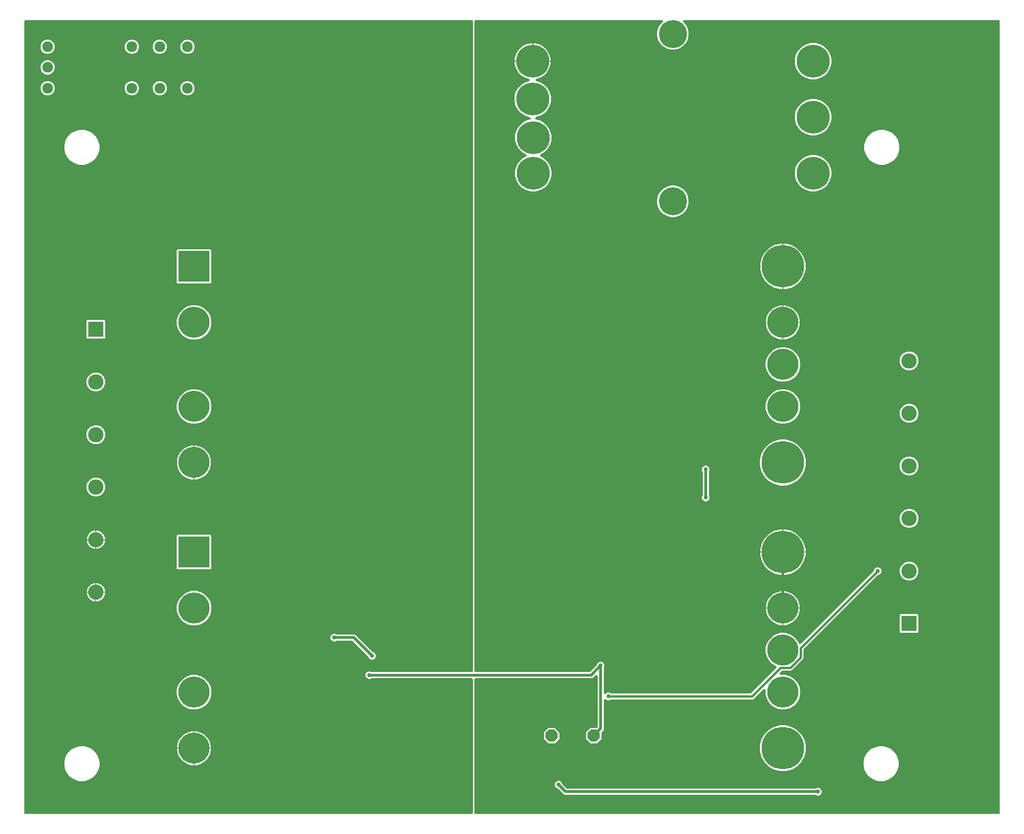
<source format=gbr>
G04 EAGLE Gerber RS-274X export*
G75*
%MOMM*%
%FSLAX34Y34*%
%LPD*%
%INBottom Copper*%
%IPPOS*%
%AMOC8*
5,1,8,0,0,1.08239X$1,22.5*%
G01*
G04 Define Apertures*
%ADD10C,1.950000*%
%ADD11R,2.781000X2.781000*%
%ADD12C,2.781000*%
%ADD13C,5.969000*%
%ADD14C,5.080000*%
%ADD15P,2.33688X8X22.5*%
%ADD16R,5.638800X5.638800*%
%ADD17C,5.638800*%
%ADD18C,7.696200*%
%ADD19C,0.756400*%
%ADD20C,0.508000*%
%ADD21C,0.457200*%
G36*
X592303Y-65839D02*
X591312Y-66040D01*
X-215900Y-66040D01*
X-216816Y-65869D01*
X-217667Y-65324D01*
X-218239Y-64491D01*
X-218440Y-63500D01*
X-218440Y1371500D01*
X-218269Y1372416D01*
X-217724Y1373267D01*
X-216891Y1373839D01*
X-215900Y1374040D01*
X591312Y1374040D01*
X592228Y1373869D01*
X593079Y1373324D01*
X593651Y1372491D01*
X593852Y1371500D01*
X593852Y194310D01*
X593681Y193394D01*
X593136Y192543D01*
X592303Y191971D01*
X591312Y191770D01*
X411262Y191770D01*
X410290Y191963D01*
X407759Y193012D01*
X405041Y193012D01*
X402531Y191972D01*
X400610Y190051D01*
X399570Y187541D01*
X399570Y184823D01*
X400610Y182313D01*
X402531Y180392D01*
X405041Y179352D01*
X407759Y179352D01*
X410290Y180401D01*
X411262Y180594D01*
X591312Y180594D01*
X592228Y180423D01*
X593079Y179878D01*
X593651Y179045D01*
X593852Y178054D01*
X593852Y-63500D01*
X593681Y-64416D01*
X593136Y-65267D01*
X592303Y-65839D01*
G37*
%LPC*%
G36*
X-26276Y1312482D02*
X-21184Y1312482D01*
X-16481Y1314430D01*
X-12880Y1318031D01*
X-10932Y1322734D01*
X-10932Y1327826D01*
X-12880Y1332529D01*
X-16481Y1336130D01*
X-21184Y1338078D01*
X-26276Y1338078D01*
X-30979Y1336130D01*
X-34580Y1332529D01*
X-36528Y1327826D01*
X-36528Y1322734D01*
X-34580Y1318031D01*
X-30979Y1314430D01*
X-26276Y1312482D01*
G37*
G36*
X74524Y1312482D02*
X79616Y1312482D01*
X84319Y1314430D01*
X87920Y1318031D01*
X89868Y1322734D01*
X89868Y1327826D01*
X87920Y1332529D01*
X84319Y1336130D01*
X79616Y1338078D01*
X74524Y1338078D01*
X69821Y1336130D01*
X66220Y1332529D01*
X64272Y1327826D01*
X64272Y1322734D01*
X66220Y1318031D01*
X69821Y1314430D01*
X74524Y1312482D01*
G37*
G36*
X24124Y1312482D02*
X29216Y1312482D01*
X33919Y1314430D01*
X37520Y1318031D01*
X39468Y1322734D01*
X39468Y1327826D01*
X37520Y1332529D01*
X33919Y1336130D01*
X29216Y1338078D01*
X24124Y1338078D01*
X19421Y1336130D01*
X15820Y1332529D01*
X13872Y1327826D01*
X13872Y1322734D01*
X15820Y1318031D01*
X19421Y1314430D01*
X24124Y1312482D01*
G37*
G36*
X-178876Y1312482D02*
X-173784Y1312482D01*
X-169081Y1314430D01*
X-165480Y1318031D01*
X-163532Y1322734D01*
X-163532Y1327826D01*
X-165480Y1332529D01*
X-169081Y1336130D01*
X-173784Y1338078D01*
X-178876Y1338078D01*
X-183579Y1336130D01*
X-187180Y1332529D01*
X-189128Y1327826D01*
X-189128Y1322734D01*
X-187180Y1318031D01*
X-183579Y1314430D01*
X-178876Y1312482D01*
G37*
G36*
X-178876Y1274982D02*
X-173784Y1274982D01*
X-169081Y1276930D01*
X-165480Y1280531D01*
X-163532Y1285234D01*
X-163532Y1290326D01*
X-165480Y1295029D01*
X-169081Y1298630D01*
X-173784Y1300578D01*
X-178876Y1300578D01*
X-183579Y1298630D01*
X-187180Y1295029D01*
X-189128Y1290326D01*
X-189128Y1285234D01*
X-187180Y1280531D01*
X-183579Y1276930D01*
X-178876Y1274982D01*
G37*
G36*
X-26276Y1237482D02*
X-21184Y1237482D01*
X-16481Y1239430D01*
X-12880Y1243031D01*
X-10932Y1247734D01*
X-10932Y1252826D01*
X-12880Y1257529D01*
X-16481Y1261130D01*
X-21184Y1263078D01*
X-26276Y1263078D01*
X-30979Y1261130D01*
X-34580Y1257529D01*
X-36528Y1252826D01*
X-36528Y1247734D01*
X-34580Y1243031D01*
X-30979Y1239430D01*
X-26276Y1237482D01*
G37*
G36*
X74524Y1237482D02*
X79616Y1237482D01*
X84319Y1239430D01*
X87920Y1243031D01*
X89868Y1247734D01*
X89868Y1252826D01*
X87920Y1257529D01*
X84319Y1261130D01*
X79616Y1263078D01*
X74524Y1263078D01*
X69821Y1261130D01*
X66220Y1257529D01*
X64272Y1252826D01*
X64272Y1247734D01*
X66220Y1243031D01*
X69821Y1239430D01*
X74524Y1237482D01*
G37*
G36*
X24124Y1237482D02*
X29216Y1237482D01*
X33919Y1239430D01*
X37520Y1243031D01*
X39468Y1247734D01*
X39468Y1252826D01*
X37520Y1257529D01*
X33919Y1261130D01*
X29216Y1263078D01*
X24124Y1263078D01*
X19421Y1261130D01*
X15820Y1257529D01*
X13872Y1252826D01*
X13872Y1247734D01*
X15820Y1243031D01*
X19421Y1239430D01*
X24124Y1237482D01*
G37*
G36*
X-178876Y1237482D02*
X-173784Y1237482D01*
X-169081Y1239430D01*
X-165480Y1243031D01*
X-163532Y1247734D01*
X-163532Y1252826D01*
X-165480Y1257529D01*
X-169081Y1261130D01*
X-173784Y1263078D01*
X-178876Y1263078D01*
X-183579Y1261130D01*
X-187180Y1257529D01*
X-189128Y1252826D01*
X-189128Y1247734D01*
X-187180Y1243031D01*
X-183579Y1239430D01*
X-178876Y1237482D01*
G37*
G36*
X-118480Y1111250D02*
X-110120Y1111250D01*
X-102045Y1113414D01*
X-94805Y1117594D01*
X-88894Y1123505D01*
X-84714Y1130745D01*
X-82550Y1138820D01*
X-82550Y1147180D01*
X-84714Y1155255D01*
X-88894Y1162495D01*
X-94805Y1168406D01*
X-102045Y1172586D01*
X-110120Y1174750D01*
X-118480Y1174750D01*
X-126555Y1172586D01*
X-133795Y1168406D01*
X-139706Y1162495D01*
X-143886Y1155255D01*
X-146050Y1147180D01*
X-146050Y1138820D01*
X-143886Y1130745D01*
X-139706Y1123505D01*
X-133795Y1117594D01*
X-126555Y1113414D01*
X-118480Y1111250D01*
G37*
G36*
X59444Y895858D02*
X118357Y895858D01*
X120142Y897644D01*
X120142Y956557D01*
X118357Y958342D01*
X59444Y958342D01*
X57658Y956557D01*
X57658Y897644D01*
X59444Y895858D01*
G37*
G36*
X84787Y794258D02*
X93013Y794258D01*
X100959Y796387D01*
X108083Y800500D01*
X113900Y806317D01*
X118013Y813441D01*
X120142Y821387D01*
X120142Y829613D01*
X118013Y837559D01*
X113900Y844683D01*
X108083Y850500D01*
X100959Y854613D01*
X93013Y856742D01*
X84787Y856742D01*
X76841Y854613D01*
X69717Y850500D01*
X63900Y844683D01*
X59787Y837559D01*
X57658Y829613D01*
X57658Y821387D01*
X59787Y813441D01*
X63900Y806317D01*
X69717Y800500D01*
X76841Y796387D01*
X84787Y794258D01*
G37*
G36*
X-104068Y795847D02*
X-73733Y795847D01*
X-71947Y797633D01*
X-71947Y827968D01*
X-73733Y829753D01*
X-104068Y829753D01*
X-105853Y827968D01*
X-105853Y797633D01*
X-104068Y795847D01*
G37*
G36*
X-92272Y700547D02*
X-85528Y700547D01*
X-79297Y703128D01*
X-74528Y707897D01*
X-71947Y714128D01*
X-71947Y720872D01*
X-74528Y727103D01*
X-79297Y731872D01*
X-85528Y734453D01*
X-92272Y734453D01*
X-98503Y731872D01*
X-103272Y727103D01*
X-105853Y720872D01*
X-105853Y714128D01*
X-103272Y707897D01*
X-98503Y703128D01*
X-92272Y700547D01*
G37*
G36*
X84787Y641858D02*
X93013Y641858D01*
X100959Y643987D01*
X108083Y648100D01*
X113900Y653917D01*
X118013Y661041D01*
X120142Y668987D01*
X120142Y677213D01*
X118013Y685159D01*
X113900Y692283D01*
X108083Y698100D01*
X100959Y702213D01*
X93013Y704342D01*
X84787Y704342D01*
X76841Y702213D01*
X69717Y698100D01*
X63900Y692283D01*
X59787Y685159D01*
X57658Y677213D01*
X57658Y668987D01*
X59787Y661041D01*
X63900Y653917D01*
X69717Y648100D01*
X76841Y643987D01*
X84787Y641858D01*
G37*
G36*
X-92272Y605247D02*
X-85528Y605247D01*
X-79297Y607828D01*
X-74528Y612597D01*
X-71947Y618828D01*
X-71947Y625572D01*
X-74528Y631803D01*
X-79297Y636572D01*
X-85528Y639153D01*
X-92272Y639153D01*
X-98503Y636572D01*
X-103272Y631803D01*
X-105853Y625572D01*
X-105853Y618828D01*
X-103272Y612597D01*
X-98503Y607828D01*
X-92272Y605247D01*
G37*
G36*
X58166Y572262D02*
X88138Y572262D01*
X88138Y602234D01*
X84854Y602234D01*
X77037Y600140D01*
X70029Y596093D01*
X64307Y590371D01*
X60260Y583363D01*
X58166Y575546D01*
X58166Y572262D01*
G37*
G36*
X89662Y572262D02*
X119634Y572262D01*
X119634Y575546D01*
X117540Y583363D01*
X113493Y590371D01*
X107771Y596093D01*
X100763Y600140D01*
X92946Y602234D01*
X89662Y602234D01*
X89662Y572262D01*
G37*
G36*
X89662Y540766D02*
X92946Y540766D01*
X100763Y542860D01*
X107771Y546907D01*
X113493Y552629D01*
X117540Y559637D01*
X119634Y567454D01*
X119634Y570738D01*
X89662Y570738D01*
X89662Y540766D01*
G37*
G36*
X84854Y540766D02*
X88138Y540766D01*
X88138Y570738D01*
X58166Y570738D01*
X58166Y567454D01*
X60260Y559637D01*
X64307Y552629D01*
X70029Y546907D01*
X77037Y542860D01*
X84854Y540766D01*
G37*
G36*
X-92272Y509947D02*
X-85528Y509947D01*
X-79297Y512528D01*
X-74528Y517297D01*
X-71947Y523528D01*
X-71947Y530272D01*
X-74528Y536503D01*
X-79297Y541272D01*
X-85528Y543853D01*
X-92272Y543853D01*
X-98503Y541272D01*
X-103272Y536503D01*
X-105853Y530272D01*
X-105853Y523528D01*
X-103272Y517297D01*
X-98503Y512528D01*
X-92272Y509947D01*
G37*
G36*
X-105345Y432362D02*
X-89662Y432362D01*
X-89662Y448045D01*
X-92171Y448045D01*
X-98215Y445541D01*
X-102841Y440915D01*
X-105345Y434871D01*
X-105345Y432362D01*
G37*
G36*
X-88138Y432362D02*
X-72455Y432362D01*
X-72455Y434871D01*
X-74959Y440915D01*
X-79585Y445541D01*
X-85629Y448045D01*
X-88138Y448045D01*
X-88138Y432362D01*
G37*
G36*
X59444Y377794D02*
X118357Y377794D01*
X120142Y379580D01*
X120142Y438493D01*
X118357Y440278D01*
X59444Y440278D01*
X57658Y438493D01*
X57658Y379580D01*
X59444Y377794D01*
G37*
G36*
X-88138Y415155D02*
X-85629Y415155D01*
X-79585Y417659D01*
X-74959Y422285D01*
X-72455Y428329D01*
X-72455Y430838D01*
X-88138Y430838D01*
X-88138Y415155D01*
G37*
G36*
X-92171Y415155D02*
X-89662Y415155D01*
X-89662Y430838D01*
X-105345Y430838D01*
X-105345Y428329D01*
X-102841Y422285D01*
X-98215Y417659D01*
X-92171Y415155D01*
G37*
G36*
X-105345Y337062D02*
X-89662Y337062D01*
X-89662Y352745D01*
X-92171Y352745D01*
X-98215Y350241D01*
X-102841Y345615D01*
X-105345Y339571D01*
X-105345Y337062D01*
G37*
G36*
X-88138Y337062D02*
X-72455Y337062D01*
X-72455Y339571D01*
X-74959Y345615D01*
X-79585Y350241D01*
X-85629Y352745D01*
X-88138Y352745D01*
X-88138Y337062D01*
G37*
G36*
X84787Y276194D02*
X93013Y276194D01*
X100959Y278323D01*
X108083Y282436D01*
X113900Y288253D01*
X118013Y295377D01*
X120142Y303323D01*
X120142Y311549D01*
X118013Y319495D01*
X113900Y326619D01*
X108083Y332436D01*
X100959Y336549D01*
X93013Y338678D01*
X84787Y338678D01*
X76841Y336549D01*
X69717Y332436D01*
X63900Y326619D01*
X59787Y319495D01*
X57658Y311549D01*
X57658Y303323D01*
X59787Y295377D01*
X63900Y288253D01*
X69717Y282436D01*
X76841Y278323D01*
X84787Y276194D01*
G37*
G36*
X-88138Y319855D02*
X-85629Y319855D01*
X-79585Y322359D01*
X-74959Y326985D01*
X-72455Y333029D01*
X-72455Y335538D01*
X-88138Y335538D01*
X-88138Y319855D01*
G37*
G36*
X-92171Y319855D02*
X-89662Y319855D01*
X-89662Y335538D01*
X-105345Y335538D01*
X-105345Y333029D01*
X-102841Y326985D01*
X-98215Y322359D01*
X-92171Y319855D01*
G37*
G36*
X410121Y214150D02*
X412839Y214150D01*
X415349Y215190D01*
X417270Y217111D01*
X418310Y219621D01*
X418310Y222339D01*
X417270Y224849D01*
X415349Y226770D01*
X412817Y227819D01*
X411993Y228369D01*
X381625Y258737D01*
X379572Y259588D01*
X347762Y259588D01*
X346790Y259781D01*
X344259Y260830D01*
X341541Y260830D01*
X339031Y259790D01*
X337110Y257869D01*
X336070Y255359D01*
X336070Y252641D01*
X337110Y250131D01*
X339031Y248210D01*
X341541Y247170D01*
X344259Y247170D01*
X346790Y248219D01*
X347762Y248412D01*
X375093Y248412D01*
X376047Y248226D01*
X376889Y247668D01*
X404091Y220467D01*
X404641Y219643D01*
X405690Y217111D01*
X407611Y215190D01*
X410121Y214150D01*
G37*
G36*
X84787Y123794D02*
X93013Y123794D01*
X100959Y125923D01*
X108083Y130036D01*
X113900Y135853D01*
X118013Y142977D01*
X120142Y150923D01*
X120142Y159149D01*
X118013Y167095D01*
X113900Y174219D01*
X108083Y180036D01*
X100959Y184149D01*
X93013Y186278D01*
X84787Y186278D01*
X76841Y184149D01*
X69717Y180036D01*
X63900Y174219D01*
X59787Y167095D01*
X57658Y159149D01*
X57658Y150923D01*
X59787Y142977D01*
X63900Y135853D01*
X69717Y130036D01*
X76841Y125923D01*
X84787Y123794D01*
G37*
G36*
X58166Y54198D02*
X88138Y54198D01*
X88138Y84170D01*
X84854Y84170D01*
X77037Y82076D01*
X70029Y78029D01*
X64307Y72307D01*
X60260Y65299D01*
X58166Y57482D01*
X58166Y54198D01*
G37*
G36*
X89662Y54198D02*
X119634Y54198D01*
X119634Y57482D01*
X117540Y65299D01*
X113493Y72307D01*
X107771Y78029D01*
X100763Y82076D01*
X92946Y84170D01*
X89662Y84170D01*
X89662Y54198D01*
G37*
G36*
X-118480Y-6350D02*
X-110120Y-6350D01*
X-102045Y-4186D01*
X-94805Y-6D01*
X-88894Y5905D01*
X-84714Y13145D01*
X-82550Y21220D01*
X-82550Y29580D01*
X-84714Y37655D01*
X-88894Y44895D01*
X-94805Y50806D01*
X-102045Y54986D01*
X-110120Y57150D01*
X-118480Y57150D01*
X-126555Y54986D01*
X-133795Y50806D01*
X-139706Y44895D01*
X-143886Y37655D01*
X-146050Y29580D01*
X-146050Y21220D01*
X-143886Y13145D01*
X-139706Y5905D01*
X-133795Y-6D01*
X-126555Y-4186D01*
X-118480Y-6350D01*
G37*
G36*
X89662Y22702D02*
X92946Y22702D01*
X100763Y24796D01*
X107771Y28843D01*
X113493Y34565D01*
X117540Y41573D01*
X119634Y49390D01*
X119634Y52674D01*
X89662Y52674D01*
X89662Y22702D01*
G37*
G36*
X84854Y22702D02*
X88138Y22702D01*
X88138Y52674D01*
X58166Y52674D01*
X58166Y49390D01*
X60260Y41573D01*
X64307Y34565D01*
X70029Y28843D01*
X77037Y24796D01*
X84854Y22702D01*
G37*
%LPD*%
G36*
X1547091Y-65839D02*
X1546100Y-66040D01*
X599440Y-66040D01*
X598524Y-65869D01*
X597673Y-65324D01*
X597101Y-64491D01*
X596900Y-63500D01*
X596900Y178054D01*
X597071Y178970D01*
X597616Y179821D01*
X598449Y180393D01*
X599440Y180594D01*
X809594Y180594D01*
X811647Y181445D01*
X815576Y185373D01*
X816307Y185883D01*
X817291Y186116D01*
X818288Y185946D01*
X819139Y185402D01*
X819711Y184568D01*
X819912Y183577D01*
X819912Y92583D01*
X819741Y91667D01*
X819196Y90816D01*
X818363Y90244D01*
X817372Y90043D01*
X807066Y90043D01*
X798957Y81934D01*
X798957Y70466D01*
X807066Y62357D01*
X818534Y62357D01*
X826643Y70466D01*
X826643Y81088D01*
X826829Y82042D01*
X827387Y82884D01*
X830237Y85735D01*
X831088Y87788D01*
X831088Y139911D01*
X831244Y140789D01*
X831776Y141649D01*
X832600Y142234D01*
X833588Y142451D01*
X834581Y142265D01*
X835424Y141707D01*
X835601Y141530D01*
X838111Y140490D01*
X840829Y140490D01*
X843700Y141679D01*
X843857Y141785D01*
X844847Y141986D01*
X1100881Y141986D01*
X1102841Y142798D01*
X1120122Y160079D01*
X1120853Y160589D01*
X1121837Y160821D01*
X1122834Y160652D01*
X1123685Y160107D01*
X1124257Y159273D01*
X1124458Y158283D01*
X1124458Y150923D01*
X1126587Y142977D01*
X1130700Y135853D01*
X1136517Y130036D01*
X1143641Y125923D01*
X1151587Y123794D01*
X1159813Y123794D01*
X1167759Y125923D01*
X1174883Y130036D01*
X1180700Y135853D01*
X1184813Y142977D01*
X1186942Y150923D01*
X1186942Y159149D01*
X1184813Y167095D01*
X1180700Y174219D01*
X1174883Y180036D01*
X1167759Y184149D01*
X1159813Y186278D01*
X1152454Y186278D01*
X1151576Y186434D01*
X1150716Y186966D01*
X1150131Y187790D01*
X1149914Y188778D01*
X1150099Y189771D01*
X1150657Y190614D01*
X1153197Y193154D01*
X1154003Y193697D01*
X1154994Y193898D01*
X1170018Y193898D01*
X1171978Y194710D01*
X1192226Y214958D01*
X1193038Y216919D01*
X1193038Y231943D01*
X1193224Y232896D01*
X1193782Y233739D01*
X1327169Y367126D01*
X1327975Y367669D01*
X1328167Y367708D01*
X1331069Y368910D01*
X1332990Y370831D01*
X1334030Y373341D01*
X1334030Y376059D01*
X1332990Y378569D01*
X1331069Y380490D01*
X1328559Y381530D01*
X1325841Y381530D01*
X1323331Y380490D01*
X1321410Y378569D01*
X1320220Y375697D01*
X1320184Y375512D01*
X1319626Y374669D01*
X1188412Y243456D01*
X1187956Y243094D01*
X1187008Y242742D01*
X1185998Y242788D01*
X1185086Y243224D01*
X1184416Y243982D01*
X1180700Y250419D01*
X1174883Y256236D01*
X1167759Y260349D01*
X1159813Y262478D01*
X1151587Y262478D01*
X1143641Y260349D01*
X1136517Y256236D01*
X1130700Y250419D01*
X1126587Y243295D01*
X1124458Y235349D01*
X1124458Y227123D01*
X1126587Y219177D01*
X1130700Y212053D01*
X1136517Y206236D01*
X1142954Y202520D01*
X1143422Y202172D01*
X1144007Y201348D01*
X1144224Y200360D01*
X1144039Y199367D01*
X1143480Y198524D01*
X1098355Y153398D01*
X1097549Y152855D01*
X1096559Y152654D01*
X844847Y152654D01*
X843894Y152840D01*
X843730Y152948D01*
X840829Y154150D01*
X838111Y154150D01*
X835601Y153110D01*
X835424Y152933D01*
X834693Y152423D01*
X833709Y152190D01*
X832712Y152360D01*
X831861Y152905D01*
X831289Y153739D01*
X831088Y154729D01*
X831088Y198338D01*
X831281Y199310D01*
X832330Y201841D01*
X832330Y204559D01*
X831290Y207069D01*
X829369Y208990D01*
X826859Y210030D01*
X824141Y210030D01*
X821631Y208990D01*
X819710Y207069D01*
X818661Y204537D01*
X818111Y203713D01*
X806911Y192514D01*
X806106Y191971D01*
X805115Y191770D01*
X599440Y191770D01*
X598524Y191941D01*
X597673Y192486D01*
X597101Y193319D01*
X596900Y194310D01*
X596900Y1371500D01*
X597071Y1372416D01*
X597616Y1373267D01*
X598449Y1373839D01*
X599440Y1374040D01*
X935346Y1374040D01*
X936224Y1373884D01*
X937084Y1373352D01*
X937669Y1372528D01*
X937886Y1371541D01*
X937701Y1370547D01*
X937142Y1369704D01*
X933546Y1366107D01*
X929801Y1359620D01*
X927862Y1352385D01*
X927862Y1344895D01*
X929801Y1337660D01*
X933546Y1331173D01*
X938843Y1325876D01*
X945330Y1322131D01*
X952565Y1320192D01*
X960055Y1320192D01*
X967290Y1322131D01*
X973777Y1325876D01*
X979074Y1331173D01*
X982819Y1337660D01*
X984758Y1344895D01*
X984758Y1352385D01*
X982819Y1359620D01*
X979074Y1366107D01*
X975478Y1369704D01*
X974968Y1370435D01*
X974735Y1371419D01*
X974904Y1372416D01*
X975449Y1373267D01*
X976283Y1373839D01*
X977274Y1374040D01*
X1546100Y1374040D01*
X1547016Y1373869D01*
X1547867Y1373324D01*
X1548439Y1372491D01*
X1548640Y1371500D01*
X1548640Y-63500D01*
X1548469Y-64416D01*
X1547924Y-65267D01*
X1547091Y-65839D01*
G37*
%LPC*%
G36*
X1205980Y1266217D02*
X1214641Y1266217D01*
X1223006Y1268459D01*
X1230507Y1272789D01*
X1236631Y1278913D01*
X1240961Y1286414D01*
X1243203Y1294780D01*
X1243203Y1303441D01*
X1240961Y1311806D01*
X1236631Y1319307D01*
X1230507Y1325431D01*
X1223006Y1329761D01*
X1214641Y1332003D01*
X1205980Y1332003D01*
X1197614Y1329761D01*
X1190113Y1325431D01*
X1183989Y1319307D01*
X1179659Y1311806D01*
X1177417Y1303441D01*
X1177417Y1294780D01*
X1179659Y1286414D01*
X1183989Y1278913D01*
X1190113Y1272789D01*
X1197614Y1268459D01*
X1205980Y1266217D01*
G37*
G36*
X669925Y1299872D02*
X701548Y1299872D01*
X701548Y1331495D01*
X698046Y1331495D01*
X689810Y1329288D01*
X682425Y1325024D01*
X676396Y1318995D01*
X672132Y1311610D01*
X669925Y1303374D01*
X669925Y1299872D01*
G37*
G36*
X703072Y1299872D02*
X734695Y1299872D01*
X734695Y1303374D01*
X732488Y1311610D01*
X728224Y1318995D01*
X722195Y1325024D01*
X714810Y1329288D01*
X706574Y1331495D01*
X703072Y1331495D01*
X703072Y1299872D01*
G37*
G36*
X699250Y1063017D02*
X707911Y1063017D01*
X716276Y1065259D01*
X723777Y1069589D01*
X729901Y1075713D01*
X734231Y1083214D01*
X736473Y1091580D01*
X736473Y1100241D01*
X734231Y1108606D01*
X729901Y1116107D01*
X723777Y1122231D01*
X717084Y1126095D01*
X716195Y1126956D01*
X715844Y1127903D01*
X715890Y1128913D01*
X716326Y1129825D01*
X717084Y1130495D01*
X723777Y1134359D01*
X729901Y1140483D01*
X734231Y1147984D01*
X736473Y1156350D01*
X736473Y1165011D01*
X734231Y1173376D01*
X729901Y1180877D01*
X723777Y1187001D01*
X716276Y1191331D01*
X708848Y1193322D01*
X708342Y1193517D01*
X707554Y1194150D01*
X707075Y1195040D01*
X706980Y1196046D01*
X707286Y1197010D01*
X707944Y1197778D01*
X708848Y1198229D01*
X715006Y1199879D01*
X722507Y1204209D01*
X728631Y1210333D01*
X732961Y1217834D01*
X735203Y1226200D01*
X735203Y1234861D01*
X732961Y1243226D01*
X728631Y1250727D01*
X722507Y1256851D01*
X715006Y1261181D01*
X709602Y1262630D01*
X709096Y1262825D01*
X708307Y1263458D01*
X707828Y1264348D01*
X707734Y1265354D01*
X708040Y1266318D01*
X708697Y1267086D01*
X709602Y1267536D01*
X714810Y1268932D01*
X722195Y1273196D01*
X728224Y1279225D01*
X732488Y1286610D01*
X734695Y1294846D01*
X734695Y1298348D01*
X669925Y1298348D01*
X669925Y1294846D01*
X672132Y1286610D01*
X676396Y1279225D01*
X682425Y1273196D01*
X689810Y1268932D01*
X695018Y1267536D01*
X695524Y1267341D01*
X696313Y1266708D01*
X696792Y1265818D01*
X696886Y1264812D01*
X696580Y1263848D01*
X695923Y1263080D01*
X695018Y1262630D01*
X689614Y1261181D01*
X682113Y1256851D01*
X675989Y1250727D01*
X671659Y1243226D01*
X669417Y1234861D01*
X669417Y1226200D01*
X671659Y1217834D01*
X675989Y1210333D01*
X682113Y1204209D01*
X689614Y1199879D01*
X697042Y1197888D01*
X697548Y1197693D01*
X698336Y1197060D01*
X698816Y1196170D01*
X698910Y1195164D01*
X698604Y1194200D01*
X697947Y1193432D01*
X697042Y1192981D01*
X690884Y1191331D01*
X683383Y1187001D01*
X677259Y1180877D01*
X672929Y1173376D01*
X670687Y1165011D01*
X670687Y1156350D01*
X672929Y1147984D01*
X677259Y1140483D01*
X683383Y1134359D01*
X690076Y1130495D01*
X690965Y1129634D01*
X691316Y1128687D01*
X691270Y1127677D01*
X690834Y1126765D01*
X690076Y1126095D01*
X683383Y1122231D01*
X677259Y1116107D01*
X672929Y1108606D01*
X670687Y1100241D01*
X670687Y1091580D01*
X672929Y1083214D01*
X677259Y1075713D01*
X683383Y1069589D01*
X690884Y1065259D01*
X699250Y1063017D01*
G37*
G36*
X1205980Y1164617D02*
X1214641Y1164617D01*
X1223006Y1166859D01*
X1230507Y1171189D01*
X1236631Y1177313D01*
X1240961Y1184814D01*
X1243203Y1193180D01*
X1243203Y1201841D01*
X1240961Y1210206D01*
X1236631Y1217707D01*
X1230507Y1223831D01*
X1223006Y1228161D01*
X1214641Y1230403D01*
X1205980Y1230403D01*
X1197614Y1228161D01*
X1190113Y1223831D01*
X1183989Y1217707D01*
X1179659Y1210206D01*
X1177417Y1201841D01*
X1177417Y1193180D01*
X1179659Y1184814D01*
X1183989Y1177313D01*
X1190113Y1171189D01*
X1197614Y1166859D01*
X1205980Y1164617D01*
G37*
G36*
X1330590Y1111250D02*
X1338950Y1111250D01*
X1347025Y1113414D01*
X1354265Y1117594D01*
X1360176Y1123505D01*
X1364356Y1130745D01*
X1366520Y1138820D01*
X1366520Y1147180D01*
X1364356Y1155255D01*
X1360176Y1162495D01*
X1354265Y1168406D01*
X1347025Y1172586D01*
X1338950Y1174750D01*
X1330590Y1174750D01*
X1322515Y1172586D01*
X1315275Y1168406D01*
X1309364Y1162495D01*
X1305184Y1155255D01*
X1303020Y1147180D01*
X1303020Y1138820D01*
X1305184Y1130745D01*
X1309364Y1123505D01*
X1315275Y1117594D01*
X1322515Y1113414D01*
X1330590Y1111250D01*
G37*
G36*
X1205980Y1063017D02*
X1214641Y1063017D01*
X1223006Y1065259D01*
X1230507Y1069589D01*
X1236631Y1075713D01*
X1240961Y1083214D01*
X1243203Y1091580D01*
X1243203Y1100241D01*
X1240961Y1108606D01*
X1236631Y1116107D01*
X1230507Y1122231D01*
X1223006Y1126561D01*
X1214641Y1128803D01*
X1205980Y1128803D01*
X1197614Y1126561D01*
X1190113Y1122231D01*
X1183989Y1116107D01*
X1179659Y1108606D01*
X1177417Y1100241D01*
X1177417Y1091580D01*
X1179659Y1083214D01*
X1183989Y1075713D01*
X1190113Y1069589D01*
X1197614Y1065259D01*
X1205980Y1063017D01*
G37*
G36*
X952565Y1016662D02*
X960055Y1016662D01*
X967290Y1018601D01*
X973777Y1022346D01*
X979074Y1027643D01*
X982819Y1034130D01*
X984758Y1041365D01*
X984758Y1048855D01*
X982819Y1056090D01*
X979074Y1062577D01*
X973777Y1067874D01*
X967290Y1071619D01*
X960055Y1073558D01*
X952565Y1073558D01*
X945330Y1071619D01*
X938843Y1067874D01*
X933546Y1062577D01*
X929801Y1056090D01*
X927862Y1048855D01*
X927862Y1041365D01*
X929801Y1034130D01*
X933546Y1027643D01*
X938843Y1022346D01*
X945330Y1018601D01*
X952565Y1016662D01*
G37*
G36*
X1114679Y927862D02*
X1154938Y927862D01*
X1154938Y968121D01*
X1150299Y968121D01*
X1139867Y965326D01*
X1130513Y959925D01*
X1122875Y952287D01*
X1117475Y942933D01*
X1114679Y932501D01*
X1114679Y927862D01*
G37*
G36*
X1156462Y927862D02*
X1196721Y927862D01*
X1196721Y932501D01*
X1193926Y942933D01*
X1188525Y952287D01*
X1180887Y959925D01*
X1171533Y965326D01*
X1161101Y968121D01*
X1156462Y968121D01*
X1156462Y927862D01*
G37*
G36*
X1156462Y886079D02*
X1161101Y886079D01*
X1171533Y888875D01*
X1180887Y894275D01*
X1188525Y901913D01*
X1193926Y911267D01*
X1196721Y921699D01*
X1196721Y926338D01*
X1156462Y926338D01*
X1156462Y886079D01*
G37*
G36*
X1150299Y886079D02*
X1154938Y886079D01*
X1154938Y926338D01*
X1114679Y926338D01*
X1114679Y921699D01*
X1117475Y911267D01*
X1122875Y901913D01*
X1130513Y894275D01*
X1139867Y888875D01*
X1150299Y886079D01*
G37*
G36*
X1124966Y826262D02*
X1154938Y826262D01*
X1154938Y856234D01*
X1151654Y856234D01*
X1143837Y854140D01*
X1136829Y850093D01*
X1131107Y844371D01*
X1127060Y837363D01*
X1124966Y829546D01*
X1124966Y826262D01*
G37*
G36*
X1156462Y826262D02*
X1186434Y826262D01*
X1186434Y829546D01*
X1184340Y837363D01*
X1180293Y844371D01*
X1174571Y850093D01*
X1167563Y854140D01*
X1159746Y856234D01*
X1156462Y856234D01*
X1156462Y826262D01*
G37*
G36*
X1151654Y794766D02*
X1154938Y794766D01*
X1154938Y824738D01*
X1124966Y824738D01*
X1124966Y821454D01*
X1127060Y813637D01*
X1131107Y806629D01*
X1136829Y800907D01*
X1143837Y796860D01*
X1151654Y794766D01*
G37*
G36*
X1156462Y794766D02*
X1159746Y794766D01*
X1167563Y796860D01*
X1174571Y800907D01*
X1180293Y806629D01*
X1184340Y813637D01*
X1186434Y821454D01*
X1186434Y824738D01*
X1156462Y824738D01*
X1156462Y794766D01*
G37*
G36*
X1151587Y718058D02*
X1159813Y718058D01*
X1167759Y720187D01*
X1174883Y724300D01*
X1180700Y730117D01*
X1184813Y737241D01*
X1186942Y745187D01*
X1186942Y753413D01*
X1184813Y761359D01*
X1180700Y768483D01*
X1174883Y774300D01*
X1167759Y778413D01*
X1159813Y780542D01*
X1151587Y780542D01*
X1143641Y778413D01*
X1136517Y774300D01*
X1130700Y768483D01*
X1126587Y761359D01*
X1124458Y753413D01*
X1124458Y745187D01*
X1126587Y737241D01*
X1130700Y730117D01*
X1136517Y724300D01*
X1143641Y720187D01*
X1151587Y718058D01*
G37*
G36*
X1380928Y738947D02*
X1387672Y738947D01*
X1393903Y741528D01*
X1398672Y746297D01*
X1401253Y752528D01*
X1401253Y759272D01*
X1398672Y765503D01*
X1393903Y770272D01*
X1387672Y772853D01*
X1380928Y772853D01*
X1374697Y770272D01*
X1369928Y765503D01*
X1367347Y759272D01*
X1367347Y752528D01*
X1369928Y746297D01*
X1374697Y741528D01*
X1380928Y738947D01*
G37*
G36*
X1151587Y641858D02*
X1159813Y641858D01*
X1167759Y643987D01*
X1174883Y648100D01*
X1180700Y653917D01*
X1184813Y661041D01*
X1186942Y668987D01*
X1186942Y677213D01*
X1184813Y685159D01*
X1180700Y692283D01*
X1174883Y698100D01*
X1167759Y702213D01*
X1159813Y704342D01*
X1151587Y704342D01*
X1143641Y702213D01*
X1136517Y698100D01*
X1130700Y692283D01*
X1126587Y685159D01*
X1124458Y677213D01*
X1124458Y668987D01*
X1126587Y661041D01*
X1130700Y653917D01*
X1136517Y648100D01*
X1143641Y643987D01*
X1151587Y641858D01*
G37*
G36*
X1380928Y643647D02*
X1387672Y643647D01*
X1393903Y646228D01*
X1398672Y650997D01*
X1401253Y657228D01*
X1401253Y663972D01*
X1398672Y670203D01*
X1393903Y674972D01*
X1387672Y677553D01*
X1380928Y677553D01*
X1374697Y674972D01*
X1369928Y670203D01*
X1367347Y663972D01*
X1367347Y657228D01*
X1369928Y650997D01*
X1374697Y646228D01*
X1380928Y643647D01*
G37*
G36*
X1150233Y529971D02*
X1161167Y529971D01*
X1171730Y532801D01*
X1181199Y538268D01*
X1188932Y546001D01*
X1194399Y555470D01*
X1197229Y566033D01*
X1197229Y576967D01*
X1194399Y587530D01*
X1188932Y596999D01*
X1181199Y604732D01*
X1171730Y610199D01*
X1161167Y613029D01*
X1150233Y613029D01*
X1139670Y610199D01*
X1130201Y604732D01*
X1122468Y596999D01*
X1117001Y587530D01*
X1114171Y576967D01*
X1114171Y566033D01*
X1117001Y555470D01*
X1122468Y546001D01*
X1130201Y538268D01*
X1139670Y532801D01*
X1150233Y529971D01*
G37*
G36*
X1380928Y548347D02*
X1387672Y548347D01*
X1393903Y550928D01*
X1398672Y555697D01*
X1401253Y561928D01*
X1401253Y568672D01*
X1398672Y574903D01*
X1393903Y579672D01*
X1387672Y582253D01*
X1380928Y582253D01*
X1374697Y579672D01*
X1369928Y574903D01*
X1367347Y568672D01*
X1367347Y561928D01*
X1369928Y555697D01*
X1374697Y550928D01*
X1380928Y548347D01*
G37*
G36*
X1014641Y501170D02*
X1017359Y501170D01*
X1019869Y502210D01*
X1021790Y504131D01*
X1022830Y506641D01*
X1022830Y509359D01*
X1021781Y511890D01*
X1021588Y512862D01*
X1021588Y553938D01*
X1021781Y554910D01*
X1022830Y557441D01*
X1022830Y560159D01*
X1021790Y562669D01*
X1019869Y564590D01*
X1017359Y565630D01*
X1014641Y565630D01*
X1012131Y564590D01*
X1010210Y562669D01*
X1009170Y560159D01*
X1009170Y557441D01*
X1010219Y554910D01*
X1010412Y553938D01*
X1010412Y512862D01*
X1010219Y511890D01*
X1009170Y509359D01*
X1009170Y506641D01*
X1010210Y504131D01*
X1012131Y502210D01*
X1014641Y501170D01*
G37*
G36*
X1380928Y453047D02*
X1387672Y453047D01*
X1393903Y455628D01*
X1398672Y460397D01*
X1401253Y466628D01*
X1401253Y473372D01*
X1398672Y479603D01*
X1393903Y484372D01*
X1387672Y486953D01*
X1380928Y486953D01*
X1374697Y484372D01*
X1369928Y479603D01*
X1367347Y473372D01*
X1367347Y466628D01*
X1369928Y460397D01*
X1374697Y455628D01*
X1380928Y453047D01*
G37*
G36*
X1114679Y409798D02*
X1154938Y409798D01*
X1154938Y450057D01*
X1150299Y450057D01*
X1139867Y447262D01*
X1130513Y441861D01*
X1122875Y434223D01*
X1117475Y424869D01*
X1114679Y414437D01*
X1114679Y409798D01*
G37*
G36*
X1156462Y409798D02*
X1196721Y409798D01*
X1196721Y414437D01*
X1193926Y424869D01*
X1188525Y434223D01*
X1180887Y441861D01*
X1171533Y447262D01*
X1161101Y450057D01*
X1156462Y450057D01*
X1156462Y409798D01*
G37*
G36*
X1156462Y368015D02*
X1161101Y368015D01*
X1171533Y370811D01*
X1180887Y376211D01*
X1188525Y383849D01*
X1193926Y393203D01*
X1196721Y403635D01*
X1196721Y408274D01*
X1156462Y408274D01*
X1156462Y368015D01*
G37*
G36*
X1150299Y368015D02*
X1154938Y368015D01*
X1154938Y408274D01*
X1114679Y408274D01*
X1114679Y403635D01*
X1117475Y393203D01*
X1122875Y383849D01*
X1130513Y376211D01*
X1139867Y370811D01*
X1150299Y368015D01*
G37*
G36*
X1380928Y357747D02*
X1387672Y357747D01*
X1393903Y360328D01*
X1398672Y365097D01*
X1401253Y371328D01*
X1401253Y378072D01*
X1398672Y384303D01*
X1393903Y389072D01*
X1387672Y391653D01*
X1380928Y391653D01*
X1374697Y389072D01*
X1369928Y384303D01*
X1367347Y378072D01*
X1367347Y371328D01*
X1369928Y365097D01*
X1374697Y360328D01*
X1380928Y357747D01*
G37*
G36*
X1124966Y308198D02*
X1154938Y308198D01*
X1154938Y338170D01*
X1151654Y338170D01*
X1143837Y336076D01*
X1136829Y332029D01*
X1131107Y326307D01*
X1127060Y319299D01*
X1124966Y311482D01*
X1124966Y308198D01*
G37*
G36*
X1156462Y308198D02*
X1186434Y308198D01*
X1186434Y311482D01*
X1184340Y319299D01*
X1180293Y326307D01*
X1174571Y332029D01*
X1167563Y336076D01*
X1159746Y338170D01*
X1156462Y338170D01*
X1156462Y308198D01*
G37*
G36*
X1156462Y276702D02*
X1159746Y276702D01*
X1167563Y278796D01*
X1174571Y282843D01*
X1180293Y288565D01*
X1184340Y295573D01*
X1186434Y303390D01*
X1186434Y306674D01*
X1156462Y306674D01*
X1156462Y276702D01*
G37*
G36*
X1151654Y276702D02*
X1154938Y276702D01*
X1154938Y306674D01*
X1124966Y306674D01*
X1124966Y303390D01*
X1127060Y295573D01*
X1131107Y288565D01*
X1136829Y282843D01*
X1143837Y278796D01*
X1151654Y276702D01*
G37*
G36*
X1369133Y262447D02*
X1399468Y262447D01*
X1401253Y264233D01*
X1401253Y294568D01*
X1399468Y296353D01*
X1369133Y296353D01*
X1367347Y294568D01*
X1367347Y264233D01*
X1369133Y262447D01*
G37*
G36*
X1150233Y11907D02*
X1161167Y11907D01*
X1171730Y14737D01*
X1181199Y20204D01*
X1188932Y27937D01*
X1194399Y37406D01*
X1197229Y47969D01*
X1197229Y58903D01*
X1194399Y69466D01*
X1188932Y78935D01*
X1181199Y86668D01*
X1171730Y92135D01*
X1161167Y94965D01*
X1150233Y94965D01*
X1139670Y92135D01*
X1130201Y86668D01*
X1122468Y78935D01*
X1117001Y69466D01*
X1114171Y58903D01*
X1114171Y47969D01*
X1117001Y37406D01*
X1122468Y27937D01*
X1130201Y20204D01*
X1139670Y14737D01*
X1150233Y11907D01*
G37*
G36*
X730866Y62357D02*
X742334Y62357D01*
X750443Y70466D01*
X750443Y81934D01*
X742334Y90043D01*
X730866Y90043D01*
X722757Y81934D01*
X722757Y70466D01*
X730866Y62357D01*
G37*
G36*
X1329320Y-6350D02*
X1337680Y-6350D01*
X1345755Y-4186D01*
X1352995Y-6D01*
X1358906Y5905D01*
X1363086Y13145D01*
X1365250Y21220D01*
X1365250Y29580D01*
X1363086Y37655D01*
X1358906Y44895D01*
X1352995Y50806D01*
X1345755Y54986D01*
X1337680Y57150D01*
X1329320Y57150D01*
X1321245Y54986D01*
X1314005Y50806D01*
X1308094Y44895D01*
X1303914Y37655D01*
X1301750Y29580D01*
X1301750Y21220D01*
X1303914Y13145D01*
X1308094Y5905D01*
X1314005Y-6D01*
X1321245Y-4186D01*
X1329320Y-6350D01*
G37*
G36*
X1217841Y-32230D02*
X1220559Y-32230D01*
X1223069Y-31190D01*
X1224990Y-29269D01*
X1226030Y-26759D01*
X1226030Y-24041D01*
X1224990Y-21531D01*
X1223069Y-19610D01*
X1220559Y-18570D01*
X1217841Y-18570D01*
X1215310Y-19619D01*
X1214338Y-19812D01*
X765367Y-19812D01*
X764413Y-19626D01*
X763571Y-19068D01*
X756689Y-12187D01*
X756139Y-11363D01*
X755090Y-8831D01*
X753169Y-6910D01*
X750659Y-5870D01*
X747941Y-5870D01*
X745431Y-6910D01*
X743510Y-8831D01*
X742470Y-11341D01*
X742470Y-14059D01*
X743510Y-16569D01*
X745431Y-18490D01*
X747963Y-19539D01*
X748787Y-20089D01*
X758835Y-30137D01*
X760888Y-30988D01*
X1214338Y-30988D01*
X1215310Y-31181D01*
X1217841Y-32230D01*
G37*
%LPD*%
G36*
X1211595Y266901D02*
X1210605Y266700D01*
X1069340Y266700D01*
X1068424Y266871D01*
X1067573Y267416D01*
X1067001Y268249D01*
X1066800Y269240D01*
X1066800Y988060D01*
X1066971Y988976D01*
X1067516Y989827D01*
X1068349Y990399D01*
X1069340Y990600D01*
X1229360Y990600D01*
X1230276Y990429D01*
X1231127Y989884D01*
X1231699Y989051D01*
X1231900Y988060D01*
X1231900Y287996D01*
X1231714Y287042D01*
X1231156Y286199D01*
X1212401Y267444D01*
X1211595Y266901D01*
G37*
%LPC*%
G36*
X1114679Y927862D02*
X1154938Y927862D01*
X1154938Y968121D01*
X1150299Y968121D01*
X1139867Y965326D01*
X1130513Y959925D01*
X1122875Y952287D01*
X1117475Y942933D01*
X1114679Y932501D01*
X1114679Y927862D01*
G37*
G36*
X1156462Y927862D02*
X1196721Y927862D01*
X1196721Y932501D01*
X1193926Y942933D01*
X1188525Y952287D01*
X1180887Y959925D01*
X1171533Y965326D01*
X1161101Y968121D01*
X1156462Y968121D01*
X1156462Y927862D01*
G37*
G36*
X1156462Y886079D02*
X1161101Y886079D01*
X1171533Y888875D01*
X1180887Y894275D01*
X1188525Y901913D01*
X1193926Y911267D01*
X1196721Y921699D01*
X1196721Y926338D01*
X1156462Y926338D01*
X1156462Y886079D01*
G37*
G36*
X1150299Y886079D02*
X1154938Y886079D01*
X1154938Y926338D01*
X1114679Y926338D01*
X1114679Y921699D01*
X1117475Y911267D01*
X1122875Y901913D01*
X1130513Y894275D01*
X1139867Y888875D01*
X1150299Y886079D01*
G37*
G36*
X1124966Y826262D02*
X1154938Y826262D01*
X1154938Y856234D01*
X1151654Y856234D01*
X1143837Y854140D01*
X1136829Y850093D01*
X1131107Y844371D01*
X1127060Y837363D01*
X1124966Y829546D01*
X1124966Y826262D01*
G37*
G36*
X1156462Y826262D02*
X1186434Y826262D01*
X1186434Y829546D01*
X1184340Y837363D01*
X1180293Y844371D01*
X1174571Y850093D01*
X1167563Y854140D01*
X1159746Y856234D01*
X1156462Y856234D01*
X1156462Y826262D01*
G37*
G36*
X1156462Y794766D02*
X1159746Y794766D01*
X1167563Y796860D01*
X1174571Y800907D01*
X1180293Y806629D01*
X1184340Y813637D01*
X1186434Y821454D01*
X1186434Y824738D01*
X1156462Y824738D01*
X1156462Y794766D01*
G37*
G36*
X1151654Y794766D02*
X1154938Y794766D01*
X1154938Y824738D01*
X1124966Y824738D01*
X1124966Y821454D01*
X1127060Y813637D01*
X1131107Y806629D01*
X1136829Y800907D01*
X1143837Y796860D01*
X1151654Y794766D01*
G37*
G36*
X1151587Y718058D02*
X1159813Y718058D01*
X1167759Y720187D01*
X1174883Y724300D01*
X1180700Y730117D01*
X1184813Y737241D01*
X1186942Y745187D01*
X1186942Y753413D01*
X1184813Y761359D01*
X1180700Y768483D01*
X1174883Y774300D01*
X1167759Y778413D01*
X1159813Y780542D01*
X1151587Y780542D01*
X1143641Y778413D01*
X1136517Y774300D01*
X1130700Y768483D01*
X1126587Y761359D01*
X1124458Y753413D01*
X1124458Y745187D01*
X1126587Y737241D01*
X1130700Y730117D01*
X1136517Y724300D01*
X1143641Y720187D01*
X1151587Y718058D01*
G37*
G36*
X1151587Y641858D02*
X1159813Y641858D01*
X1167759Y643987D01*
X1174883Y648100D01*
X1180700Y653917D01*
X1184813Y661041D01*
X1186942Y668987D01*
X1186942Y677213D01*
X1184813Y685159D01*
X1180700Y692283D01*
X1174883Y698100D01*
X1167759Y702213D01*
X1159813Y704342D01*
X1151587Y704342D01*
X1143641Y702213D01*
X1136517Y698100D01*
X1130700Y692283D01*
X1126587Y685159D01*
X1124458Y677213D01*
X1124458Y668987D01*
X1126587Y661041D01*
X1130700Y653917D01*
X1136517Y648100D01*
X1143641Y643987D01*
X1151587Y641858D01*
G37*
G36*
X1150233Y529971D02*
X1161167Y529971D01*
X1171730Y532801D01*
X1181199Y538268D01*
X1188932Y546001D01*
X1194399Y555470D01*
X1197229Y566033D01*
X1197229Y576967D01*
X1194399Y587530D01*
X1188932Y596999D01*
X1181199Y604732D01*
X1171730Y610199D01*
X1161167Y613029D01*
X1150233Y613029D01*
X1139670Y610199D01*
X1130201Y604732D01*
X1122468Y596999D01*
X1117001Y587530D01*
X1114171Y576967D01*
X1114171Y566033D01*
X1117001Y555470D01*
X1122468Y546001D01*
X1130201Y538268D01*
X1139670Y532801D01*
X1150233Y529971D01*
G37*
G36*
X1114679Y409798D02*
X1154938Y409798D01*
X1154938Y450057D01*
X1150299Y450057D01*
X1139867Y447262D01*
X1130513Y441861D01*
X1122875Y434223D01*
X1117475Y424869D01*
X1114679Y414437D01*
X1114679Y409798D01*
G37*
G36*
X1156462Y409798D02*
X1196721Y409798D01*
X1196721Y414437D01*
X1193926Y424869D01*
X1188525Y434223D01*
X1180887Y441861D01*
X1171533Y447262D01*
X1161101Y450057D01*
X1156462Y450057D01*
X1156462Y409798D01*
G37*
G36*
X1156462Y368015D02*
X1161101Y368015D01*
X1171533Y370811D01*
X1180887Y376211D01*
X1188525Y383849D01*
X1193926Y393203D01*
X1196721Y403635D01*
X1196721Y408274D01*
X1156462Y408274D01*
X1156462Y368015D01*
G37*
G36*
X1150299Y368015D02*
X1154938Y368015D01*
X1154938Y408274D01*
X1114679Y408274D01*
X1114679Y403635D01*
X1117475Y393203D01*
X1122875Y383849D01*
X1130513Y376211D01*
X1139867Y370811D01*
X1150299Y368015D01*
G37*
G36*
X1124966Y308198D02*
X1154938Y308198D01*
X1154938Y338170D01*
X1151654Y338170D01*
X1143837Y336076D01*
X1136829Y332029D01*
X1131107Y326307D01*
X1127060Y319299D01*
X1124966Y311482D01*
X1124966Y308198D01*
G37*
G36*
X1156462Y308198D02*
X1186434Y308198D01*
X1186434Y311482D01*
X1184340Y319299D01*
X1180293Y326307D01*
X1174571Y332029D01*
X1167563Y336076D01*
X1159746Y338170D01*
X1156462Y338170D01*
X1156462Y308198D01*
G37*
G36*
X1156462Y276702D02*
X1159746Y276702D01*
X1167563Y278796D01*
X1174571Y282843D01*
X1180293Y288565D01*
X1184340Y295573D01*
X1186434Y303390D01*
X1186434Y306674D01*
X1156462Y306674D01*
X1156462Y276702D01*
G37*
G36*
X1151654Y276702D02*
X1154938Y276702D01*
X1154938Y306674D01*
X1124966Y306674D01*
X1124966Y303390D01*
X1127060Y295573D01*
X1131107Y288565D01*
X1136829Y282843D01*
X1143837Y278796D01*
X1151654Y276702D01*
G37*
%LPD*%
D10*
X-23730Y1325280D03*
X26670Y1325280D03*
X77070Y1325280D03*
X-23730Y1250280D03*
X26670Y1250280D03*
X77070Y1250280D03*
X-176330Y1250280D03*
X-176330Y1325280D03*
X-176330Y1287780D03*
D11*
X1384300Y279400D03*
D12*
X1384300Y374700D03*
X1384300Y470000D03*
X1384300Y565300D03*
X1384300Y660600D03*
X1384300Y755900D03*
D11*
X-88900Y812800D03*
D12*
X-88900Y717500D03*
X-88900Y622200D03*
X-88900Y526900D03*
X-88900Y431600D03*
X-88900Y336300D03*
D13*
X703580Y1095910D03*
X703580Y1160680D03*
X702310Y1230530D03*
X702310Y1299110D03*
X1210310Y1299110D03*
X1210310Y1197510D03*
X1210310Y1095910D03*
D14*
X956310Y1348640D03*
X956310Y1045110D03*
D15*
X812800Y76200D03*
X736600Y76200D03*
D16*
X88900Y927100D03*
D17*
X88900Y825500D03*
X88900Y673100D03*
X88900Y571500D03*
D18*
X1155700Y927100D03*
D17*
X1155700Y825500D03*
X1155700Y749300D03*
X1155700Y673100D03*
D18*
X1155700Y571500D03*
D16*
X88900Y409036D03*
D17*
X88900Y307436D03*
X88900Y155036D03*
X88900Y53436D03*
D18*
X1155700Y409036D03*
D17*
X1155700Y307436D03*
X1155700Y231236D03*
X1155700Y155036D03*
D18*
X1155700Y53436D03*
D19*
X1016000Y508000D03*
D20*
X1016000Y558800D01*
D19*
X1016000Y558800D03*
X1219200Y-25400D03*
D20*
X762000Y-25400D01*
X749300Y-12700D01*
D19*
X749300Y-12700D03*
D20*
X1155700Y304800D02*
X1155700Y409036D01*
X825500Y88900D02*
X812800Y76200D01*
X825500Y88900D02*
X825500Y203200D01*
D19*
X825500Y203200D03*
D20*
X808482Y186182D01*
X406400Y186182D01*
D19*
X406400Y186182D03*
X1327200Y374700D03*
D21*
X1099820Y147320D02*
X839470Y147320D01*
D19*
X839470Y147320D03*
D21*
X1187704Y235204D02*
X1327200Y374700D01*
X1187704Y235204D02*
X1187704Y217980D01*
X1168957Y199232D01*
X1151732Y199232D01*
X1099820Y147320D01*
D19*
X411480Y220980D03*
D20*
X378460Y254000D01*
X342900Y254000D01*
D19*
X342900Y254000D03*
M02*

</source>
